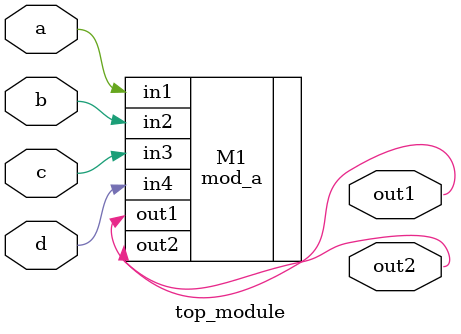
<source format=v>
module top_module ( 
    input a, 
    input b, 
    input c,
    input d,
    output out1,
    output out2
);
    mod_a M1(
        .in1(a),
        .in2(b),
        .in3(c),
        .in4(d),
        .out1(out1),
        .out2(out2)
    );
endmodule

</source>
